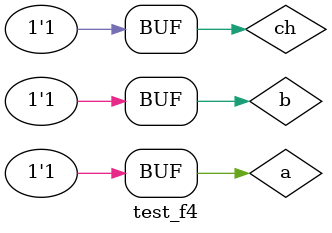
<source format=v>


module Q03 (output s0, output s1, input a, input b, input CH);
	wire ANDab, NANDab, ORab, NORab, n0, n1, AND01, AND02, AND03, AND04;
	and AAB(ANDab, a, b);
	nand NAAB(NANDab, a, b);
	or OAB(ORab, a, b);
	nor NOAB(NORab, a, b);
	not N0(n0, CH);
	not N1(n1, CH);
	and AND1(AND01, ANDab, n0);
	and AND2(AND02, NANDab, CH);
	and AND3(AND03, ORab, n1);
	and AND4(AND04, NORab, CH);
	or  OR01(s0, AND1, AND2);
	or  OR02(s1, AND3, AND4);
endmodule

module test_f4; 
// ------------------------- definir dados 
	reg 	a, b;
	reg 	ch;
	wire 	s0, s1;
	
	Q03 CIRC03(s0, s1, a, b, ch);
	
initial begin:start
	a = 0;
	b = 0;
	ch = 0;  
end 
// ------------------------- parte principal 
initial begin 
	$display("Exemplo0033 - Oswaldo Oliveira Paulino - 382175"); 
	$display("Test LU's module"); 
	$monitor("%b %b = %b %b", a, b, s0, s1); 
	$display("Valor da chave 0");
		
	#1
	a = 0; b = 0; ch = 0;
	#1
	a = 0; b = 1; ch = 0;
	#1
	a = 1; b = 0; ch = 0;
	#1
	a = 1; b = 1; ch = 0;
	#1
	a = 0; b = 0; ch = 1;
		
	$display("\nValor da chave 1");
	$monitor("%b %b = %b %b", a, b, s0, s1);
	#1
	a = 0; b = 0; ch = 1;
	#1
	a = 0; b = 1; ch = 1;
	#1
	a = 1; b = 0; ch = 1;
	#1
	a = 1; b = 1; ch = 1;
end 

endmodule // test_f4 

// -------------------------- Documentacao complementar
/*

*/
</source>
